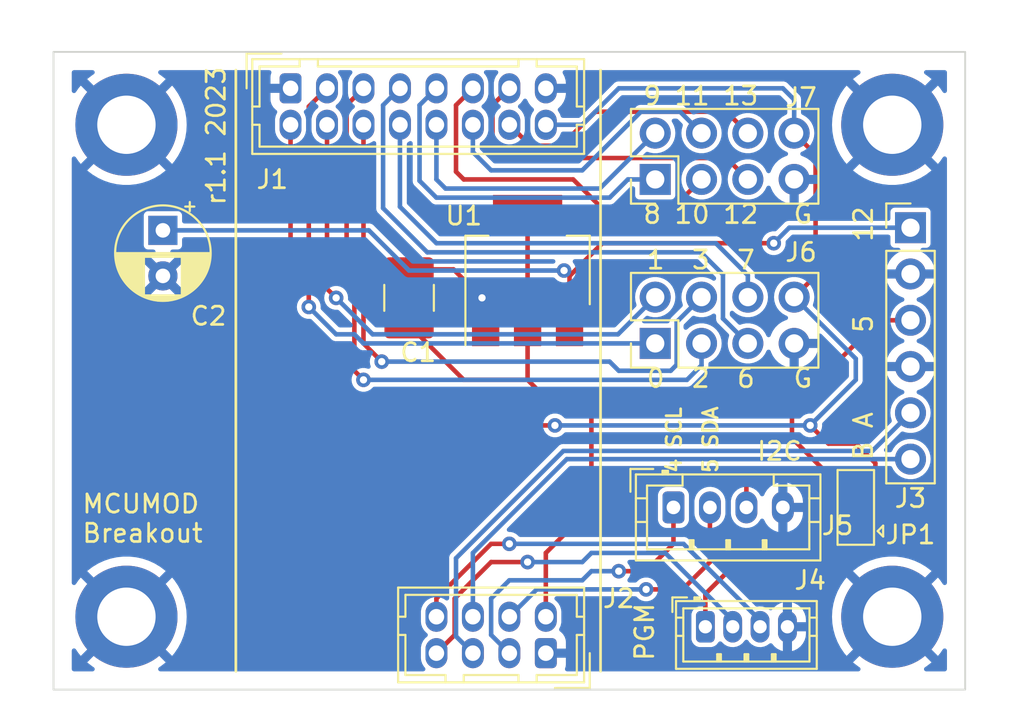
<source format=kicad_pcb>
(kicad_pcb (version 20221018) (generator pcbnew)
  (layers (0 "F.Cu" signal) (31 "B.Cu" signal) (34 "B.Paste" user) (35 "F.Paste" user) (36 "B.SilkS" user "B.Silkscreen") (37 "F.SilkS" user "F.Silkscreen") (38 "B.Mask" user) (39 "F.Mask" user) (44 "Edge.Cuts" user))
  (net 0 "")
  (net 1 "GND")
  (net 2 "+3.3V")
  (net 3 "IO0")
  (net 4 "IO1")
  (net 5 "IO2")
  (net 6 "IO3")
  (net 7 "IO6")
  (net 8 "IO7")
  (net 9 "IO8")
  (net 10 "IO9")
  (net 11 "IO10")
  (net 12 "IO11")
  (net 13 "IO12")
  (net 14 "IO13")
  (net 15 "+5V")
  (net 16 "IO4")
  (net 17 "IO5")
  (net 18 "RS485A")
  (net 19 "RS485B")
  (net 20 "P0")
  (net 21 "P1")
  (net 22 "+12V")
  (net 23 "Net-(J5-Pin_3)")
  (footprint "Connector_Hirose:Hirose_DF11-16DP-2DSA_2x08_P2.00mm_Vertical" (layer "F.Cu") (at 103 52)
    (fp_text reference "J1" (at -1 5) (layer "F.SilkS"))
    (fp_text value "Conn_02x08_Odd_Even")
    (fp_line (start -2.41 -1.91) (end -0.5 -1.91) (stroke (width 0.12)) (layer "F.SilkS"))
    (fp_line (start -2.41 0) (end -2.41 -1.91) (stroke (width 0.12)) (layer "F.SilkS"))
    (fp_line (start -2.1 -1.6) (end -2.1 3.6) (stroke (width 0.12)) (layer "F.SilkS"))
    (fp_line (start -2.1 1) (end -1.7 1) (stroke (width 0.12)) (layer "F.SilkS"))
    (fp_line (start -2.1 2) (end -1.7 2) (stroke (width 0.12)) (layer "F.SilkS"))
    (fp_line (start -2.1 3.6) (end 16.1 3.6) (stroke (width 0.12)) (layer "F.SilkS"))
    (fp_line (start -1.7 -1.2) (end 0.5 -1.2) (stroke (width 0.12)) (layer "F.SilkS"))
    (fp_line (start -1.7 1) (end -1.7 -1.2) (stroke (width 0.12)) (layer "F.SilkS"))
    (fp_line (start -1.7 2) (end -1.7 3.2) (stroke (width 0.12)) (layer "F.SilkS"))
    (fp_line (start -1.7 3.2) (end 15.7 3.2) (stroke (width 0.12)) (layer "F.SilkS"))
    (fp_line (start 0.5 -1.2) (end 0.5 -1.6) (stroke (width 0.12)) (layer "F.SilkS"))
    (fp_line (start 1.5 -1.6) (end 1.5 -1.2) (stroke (width 0.12)) (layer "F.SilkS"))
    (fp_line (start 1.5 -1.2) (end 12.5 -1.2) (stroke (width 0.12)) (layer "F.SilkS"))
    (fp_line (start 12.5 -1.2) (end 12.5 -1.6) (stroke (width 0.12)) (layer "F.SilkS"))
    (fp_line (start 13.5 -1.2) (end 13.5 -1.6) (stroke (width 0.12)) (layer "F.SilkS"))
    (fp_line (start 15.7 -1.2) (end 13.5 -1.2) (stroke (width 0.12)) (layer "F.SilkS"))
    (fp_line (start 15.7 1) (end 15.7 -1.2) (stroke (width 0.12)) (layer "F.SilkS"))
    (fp_line (start 15.7 2) (end 16.1 2) (stroke (width 0.12)) (layer "F.SilkS"))
    (fp_line (start 15.7 3.2) (end 15.7 2) (stroke (width 0.12)) (layer "F.SilkS"))
    (fp_line (start 16.1 -1.6) (end -2.1 -1.6) (stroke (width 0.12)) (layer "F.SilkS"))
    (fp_line (start 16.1 1) (end 15.7 1) (stroke (width 0.12)) (layer "F.SilkS"))
    (fp_line (start 16.1 3.6) (end 16.1 -1.6) (stroke (width 0.12)) (layer "F.SilkS"))
    (pad "1" thru_hole roundrect (at 0 0) (size 1.2 1.65) (drill 0.85) (layers "*.Cu" "*.Mask") (roundrect_rratio 0.2083333333) (net 1 "GND"))
    (pad "2" thru_hole oval (at 0 2) (size 1.2 1.65) (drill 0.85) (layers "*.Cu" "*.Mask") (net 2 "+3.3V"))
    (pad "3" thru_hole oval (at 2 0) (size 1.2 1.65) (drill 0.85) (layers "*.Cu" "*.Mask") (net 3 "IO0"))
    (pad "4" thru_hole oval (at 2 2) (size 1.2 1.65) (drill 0.85) (layers "*.Cu" "*.Mask") (net 4 "IO1"))
    (pad "5" thru_hole oval (at 4 0) (size 1.2 1.65) (drill 0.85) (layers "*.Cu" "*.Mask") (net 5 "IO2"))
    (pad "6" thru_hole oval (at 4 2) (size 1.2 1.65) (drill 0.85) (layers "*.Cu" "*.Mask") (net 6 "IO3"))
    (pad "7" thru_hole oval (at 6 0) (size 1.2 1.65) (drill 0.85) (layers "*.Cu" "*.Mask") (net 7 "IO6"))
    (pad "8" thru_hole oval (at 6 2) (size 1.2 1.65) (drill 0.85) (layers "*.Cu" "*.Mask") (net 8 "IO7"))
    (pad "9" thru_hole oval (at 8 0) (size 1.2 1.65) (drill 0.85) (layers "*.Cu" "*.Mask") (net 9 "IO8"))
    (pad "10" thru_hole oval (at 8 2) (size 1.2 1.65) (drill 0.85) (layers "*.Cu" "*.Mask") (net 10 "IO9"))
    (pad "11" thru_hole oval (at 10 0) (size 1.2 1.65) (drill 0.85) (layers "*.Cu" "*.Mask") (net 11 "IO10"))
    (pad "12" thru_hole oval (at 10 2) (size 1.2 1.65) (drill 0.85) (layers "*.Cu" "*.Mask") (net 12 "IO11"))
    (pad "13" thru_hole oval (at 12 0) (size 1.2 1.65) (drill 0.85) (layers "*.Cu" "*.Mask") (net 13 "IO12"))
    (pad "14" thru_hole oval (at 12 2) (size 1.2 1.65) (drill 0.85) (layers "*.Cu" "*.Mask") (net 14 "IO13"))
    (pad "15" thru_hole oval (at 14 0) (size 1.2 1.65) (drill 0.85) (layers "*.Cu" "*.Mask") (net 1 "GND"))
    (pad "16" thru_hole oval (at 14 2) (size 1.2 1.65) (drill 0.85) (layers "*.Cu" "*.Mask") (net 2 "+3.3V"))
  )
  (footprint "MountingHole:MountingHole_3.2mm_M3_DIN965_Pad" (layer "F.Cu") (at 94 54)
    (fp_text reference "H1" hide)
    (fp_text value "MountingHole_Pad")
    (pad "1" thru_hole circle (at 0 0) (size 5.6 5.6) (drill 3.2) (layers "*.Cu" "*.Mask") (net 1 "GND"))
  )
  (footprint "Connector_Hirose:Hirose_DF11-8DP-2DSA_2x04_P2.00mm_Vertical" (layer "F.Cu") (at 117 83 180)
    (fp_text reference "J2" (at -4 3) (layer "F.SilkS"))
    (fp_text value "Conn_02x04_Odd_Even")
    (fp_line (start -2.41 -1.91) (end -0.5 -1.91) (stroke (width 0.12)) (layer "F.SilkS"))
    (fp_line (start -2.41 0) (end -2.41 -1.91) (stroke (width 0.12)) (layer "F.SilkS"))
    (fp_line (start -2.1 -1.6) (end -2.1 3.6) (stroke (width 0.12)) (layer "F.SilkS"))
    (fp_line (start -2.1 1) (end -1.7 1) (stroke (width 0.12)) (layer "F.SilkS"))
    (fp_line (start -2.1 2) (end -1.7 2) (stroke (width 0.12)) (layer "F.SilkS"))
    (fp_line (start -2.1 3.6) (end 8.1 3.6) (stroke (width 0.12)) (layer "F.SilkS"))
    (fp_line (start -1.7 -1.2) (end 0.5 -1.2) (stroke (width 0.12)) (layer "F.SilkS"))
    (fp_line (start -1.7 1) (end -1.7 -1.2) (stroke (width 0.12)) (layer "F.SilkS"))
    (fp_line (start -1.7 2) (end -1.7 3.2) (stroke (width 0.12)) (layer "F.SilkS"))
    (fp_line (start -1.7 3.2) (end 7.7 3.2) (stroke (width 0.12)) (layer "F.SilkS"))
    (fp_line (start 0.5 -1.2) (end 0.5 -1.6) (stroke (width 0.12)) (layer "F.SilkS"))
    (fp_line (start 1.5 -1.6) (end 1.5 -1.2) (stroke (width 0.12)) (layer "F.SilkS"))
    (fp_line (start 1.5 -1.2) (end 4.5 -1.2) (stroke (width 0.12)) (layer "F.SilkS"))
    (fp_line (start 4.5 -1.2) (end 4.5 -1.6) (stroke (width 0.12)) (layer "F.SilkS"))
    (fp_line (start 5.5 -1.2) (end 5.5 -1.6) (stroke (width 0.12)) (layer "F.SilkS"))
    (fp_line (start 7.7 -1.2) (end 5.5 -1.2) (stroke (width 0.12)) (layer "F.SilkS"))
    (fp_line (start 7.7 1) (end 7.7 -1.2) (stroke (width 0.12)) (layer "F.SilkS"))
    (fp_line (start 7.7 2) (end 8.1 2) (stroke (width 0.12)) (layer "F.SilkS"))
    (fp_line (start 7.7 3.2) (end 7.7 2) (stroke (width 0.12)) (layer "F.SilkS"))
    (fp_line (start 8.1 -1.6) (end -2.1 -1.6) (stroke (width 0.12)) (layer "F.SilkS"))
    (fp_line (start 8.1 1) (end 7.7 1) (stroke (width 0.12)) (layer "F.SilkS"))
    (fp_line (start 8.1 3.6) (end 8.1 -1.6) (stroke (width 0.12)) (layer "F.SilkS"))
    (pad "1" thru_hole roundrect (at 0 0 180) (size 1.2 1.65) (drill 0.85) (layers "*.Cu" "*.Mask") (roundrect_rratio 0.2083333333) (net 1 "GND"))
    (pad "2" thru_hole oval (at 0 2 180) (size 1.2 1.65) (drill 0.85) (layers "*.Cu" "*.Mask") (net 15 "+5V"))
    (pad "3" thru_hole oval (at 2 0 180) (size 1.2 1.65) (drill 0.85) (layers "*.Cu" "*.Mask") (net 16 "IO4"))
    (pad "4" thru_hole oval (at 2 2 180) (size 1.2 1.65) (drill 0.85) (layers "*.Cu" "*.Mask") (net 17 "IO5"))
    (pad "5" thru_hole oval (at 4 0 180) (size 1.2 1.65) (drill 0.85) (layers "*.Cu" "*.Mask") (net 18 "RS485A"))
    (pad "6" thru_hole oval (at 4 2 180) (size 1.2 1.65) (drill 0.85) (layers "*.Cu" "*.Mask") (net 19 "RS485B"))
    (pad "7" thru_hole oval (at 6 0 180) (size 1.2 1.65) (drill 0.85) (layers "*.Cu" "*.Mask") (net 20 "P0"))
    (pad "8" thru_hole oval (at 6 2 180) (size 1.2 1.65) (drill 0.85) (layers "*.Cu" "*.Mask") (net 21 "P1"))
  )
  (footprint "MountingHole:MountingHole_3.2mm_M3_DIN965_Pad" (layer "F.Cu") (at 136 54)
    (fp_text reference "H2" hide)
    (fp_text value "MountingHole_Pad")
    (pad "1" thru_hole circle (at 0 0) (size 5.6 5.6) (drill 3.2) (layers "*.Cu" "*.Mask") (net 1 "GND"))
  )
  (footprint "Connector_PinHeader_2.54mm:PinHeader_2x04_P2.54mm_Vertical" (layer "F.Cu") (at 123 66 90)
    (fp_text reference "J6" (at 5 8 180) (layer "F.SilkS"))
    (fp_text value "Conn_02x04_Odd_Even")
    (fp_line (start -1.33 -1.33) (end 0 -1.33) (stroke (width 0.12)) (layer "F.SilkS"))
    (fp_line (start -1.33 0) (end -1.33 -1.33) (stroke (width 0.12)) (layer "F.SilkS"))
    (fp_line (start -1.33 1.27) (end -1.33 8.95) (stroke (width 0.12)) (layer "F.SilkS"))
    (fp_line (start -1.33 1.27) (end 1.27 1.27) (stroke (width 0.12)) (layer "F.SilkS"))
    (fp_line (start -1.33 8.95) (end 3.87 8.95) (stroke (width 0.12)) (layer "F.SilkS"))
    (fp_line (start 1.27 -1.33) (end 3.87 -1.33) (stroke (width 0.12)) (layer "F.SilkS"))
    (fp_line (start 1.27 1.27) (end 1.27 -1.33) (stroke (width 0.12)) (layer "F.SilkS"))
    (fp_line (start 3.87 -1.33) (end 3.87 8.95) (stroke (width 0.12)) (layer "F.SilkS"))
    (pad "1" thru_hole rect (at 0 0 90) (size 1.7 1.7) (drill 1) (layers "*.Cu" "*.Mask") (net 3 "IO0"))
    (pad "2" thru_hole oval (at 2.54 0 90) (size 1.7 1.7) (drill 1) (layers "*.Cu" "*.Mask") (net 4 "IO1"))
    (pad "3" thru_hole oval (at 0 2.54 90) (size 1.7 1.7) (drill 1) (layers "*.Cu" "*.Mask") (net 5 "IO2"))
    (pad "4" thru_hole oval (at 2.54 2.54 90) (size 1.7 1.7) (drill 1) (layers "*.Cu" "*.Mask") (net 6 "IO3"))
    (pad "5" thru_hole oval (at 0 5.08 90) (size 1.7 1.7) (drill 1) (layers "*.Cu" "*.Mask") (net 7 "IO6"))
    (pad "6" thru_hole oval (at 2.54 5.08 90) (size 1.7 1.7) (drill 1) (layers "*.Cu" "*.Mask") (net 8 "IO7"))
    (pad "7" thru_hole oval (at 0 7.62 90) (size 1.7 1.7) (drill 1) (layers "*.Cu" "*.Mask") (net 1 "GND"))
    (pad "8" thru_hole oval (at 2.54 7.62 90) (size 1.7 1.7) (drill 1) (layers "*.Cu" "*.Mask") (net 2 "+3.3V"))
  )
  (footprint "Capacitor_THT:CP_Radial_D5.0mm_P2.50mm" (layer "F.Cu") (at 96 59.794888 -90)
    (fp_text reference "C2" (at 4.705112 -2.5 -180) (layer "F.SilkS"))
    (fp_text value "C_Polarized_US")
    (fp_line (start -1.554775 -1.475) (end -1.054775 -1.475) (stroke (width 0.12)) (layer "F.SilkS"))
    (fp_line (start -1.304775 -1.725) (end -1.304775 -1.225) (stroke (width 0.12)) (layer "F.SilkS"))
    (fp_line (start 1.25 -2.58) (end 1.25 2.58) (stroke (width 0.12)) (layer "F.SilkS"))
    (fp_line (start 1.29 -2.58) (end 1.29 2.58) (stroke (width 0.12)) (layer "F.SilkS"))
    (fp_line (start 1.33 -2.579) (end 1.33 2.579) (stroke (width 0.12)) (layer "F.SilkS"))
    (fp_line (start 1.37 -2.578) (end 1.37 2.578) (stroke (width 0.12)) (layer "F.SilkS"))
    (fp_line (start 1.41 -2.576) (end 1.41 2.576) (stroke (width 0.12)) (layer "F.SilkS"))
    (fp_line (start 1.45 -2.573) (end 1.45 2.573) (stroke (width 0.12)) (layer "F.SilkS"))
    (fp_line (start 1.49 -2.569) (end 1.49 -1.04) (stroke (width 0.12)) (layer "F.SilkS"))
    (fp_line (start 1.49 1.04) (end 1.49 2.569) (stroke (width 0.12)) (layer "F.SilkS"))
    (fp_line (start 1.53 -2.565) (end 1.53 -1.04) (stroke (width 0.12)) (layer "F.SilkS"))
    (fp_line (start 1.53 1.04) (end 1.53 2.565) (stroke (width 0.12)) (layer "F.SilkS"))
    (fp_line (start 1.57 -2.561) (end 1.57 -1.04) (stroke (width 0.12)) (layer "F.SilkS"))
    (fp_line (start 1.57 1.04) (end 1.57 2.561) (stroke (width 0.12)) (layer "F.SilkS"))
    (fp_line (start 1.61 -2.556) (end 1.61 -1.04) (stroke (width 0.12)) (layer "F.SilkS"))
    (fp_line (start 1.61 1.04) (end 1.61 2.556) (stroke (width 0.12)) (layer "F.SilkS"))
    (fp_line (start 1.65 -2.55) (end 1.65 -1.04) (stroke (width 0.12)) (layer "F.SilkS"))
    (fp_line (start 1.65 1.04) (end 1.65 2.55) (stroke (width 0.12)) (layer "F.SilkS"))
    (fp_line (start 1.69 -2.543) (end 1.69 -1.04) (stroke (width 0.12)) (layer "F.SilkS"))
    (fp_line (start 1.69 1.04) (end 1.69 2.543) (stroke (width 0.12)) (layer "F.SilkS"))
    (fp_line (start 1.73 -2.536) (end 1.73 -1.04) (stroke (width 0.12)) (layer "F.SilkS"))
    (fp_line (start 1.73 1.04) (end 1.73 2.536) (stroke (width 0.12)) (layer "F.SilkS"))
    (fp_line (start 1.77 -2.528) (end 1.77 -1.04) (stroke (width 0.12)) (layer "F.SilkS"))
    (fp_line (start 1.77 1.04) (end 1.77 2.528) (stroke (width 0.12)) (layer "F.SilkS"))
    (fp_line (start 1.81 -2.52) (end 1.81 -1.04) (stroke (width 0.12)) (layer "F.SilkS"))
    (fp_line (start 1.81 1.04) (end 1.81 2.52) (stroke (width 0.12)) (layer "F.SilkS"))
    (fp_line (start 1.85 -2.511) (end 1.85 -1.04) (stroke (width 0.12)) (layer "F.SilkS"))
    (fp_line (start 1.85 1.04) (end 1.85 2.511) (stroke (width 0.12)) (layer "F.SilkS"))
    (fp_line (start 1.89 -2.501) (end 1.89 -1.04) (stroke (width 0.12)) (layer "F.SilkS"))
    (fp_line (start 1.89 1.04) (end 1.89 2.501) (stroke (width 0.12)) (layer "F.SilkS"))
    (fp_line (start 1.93 -2.491) (end 1.93 -1.04) (stroke (width 0.12)) (layer "F.SilkS"))
    (fp_line (start 1.93 1.04) (end 1.93 2.491) (stroke (width 0.12)) (layer "F.SilkS"))
    (fp_line (start 1.971 -2.48) (end 1.971 -1.04) (stroke (width 0.12)) (layer "F.SilkS"))
    (fp_line (start 1.971 1.04) (end 1.971 2.48) (stroke (width 0.12)) (layer "F.SilkS"))
    (fp_line (start 2.011 -2.468) (end 2.011 -1.04) (stroke (width 0.12)) (layer "F.SilkS"))
    (fp_line (start 2.011 1.04) (end 2.011 2.468) (stroke (width 0.12)) (layer "F.SilkS"))
    (fp_line (start 2.051 -2.455) (end 2.051 -1.04) (stroke (width 0.12)) (layer "F.SilkS"))
    (fp_line (start 2.051 1.04) (end 2.051 2.455) (stroke (width 0.12)) (layer "F.SilkS"))
    (fp_line (start 2.091 -2.442) (end 2.091 -1.04) (stroke (width 0.12)) (layer "F.SilkS"))
    (fp_line (start 2.091 1.04) (end 2.091 2.442) (stroke (width 0.12)) (layer "F.SilkS"))
    (fp_line (start 2.131 -2.428) (end 2.131 -1.04) (stroke (width 0.12)) (layer "F.SilkS"))
    (fp_line (start 2.131 1.04) (end 2.131 2.428) (stroke (width 0.12)) (layer "F.SilkS"))
    (fp_line (start 2.171 -2.414) (end 2.171 -1.04) (stroke (width 0.12)) (layer "F.SilkS"))
    (fp_line (start 2.171 1.04) (end 2.171 2.414) (stroke (width 0.12)) (layer "F.SilkS"))
    (fp_line (start 2.211 -2.398) (end 2.211 -1.04) (stroke (width 0.12)) (layer "F.SilkS"))
    (fp_line (start 2.211 1.04) (end 2.211 2.398) (stroke (width 0.12)) (layer "F.SilkS"))
    (fp_line (start 2.251 -2.382) (end 2.251 -1.04) (stroke (width 0.12)) (layer "F.SilkS"))
    (fp_line (start 2.251 1.04) (end 2.251 2.382) (stroke (width 0.12)) (layer "F.SilkS"))
    (fp_line (start 2.291 -2.365) (end 2.291 -1.04) (stroke (width 0.12)) (layer "F.SilkS"))
    (fp_line (start 2.291 1.04) (end 2.291 2.365) (stroke (width 0.12)) (layer "F.SilkS"))
    (fp_line (start 2.331 -2.348) (end 2.331 -1.04) (stroke (width 0.12)) (layer "F.SilkS"))
    (fp_line (start 2.331 1.04) (end 2.331 2.348) (stroke (width 0.12)) (layer "F.SilkS"))
    (fp_line (start 2.371 -2.329) (end 2.371 -1.04) (stroke (width 0.12)) (layer "F.SilkS"))
    (fp_line (start 2.371 1.04) (end 2.371 2.329) (stroke (width 0.12)) (layer "F.SilkS"))
    (fp_line (start 2.411 -2.31) (end 2.411 -1.04) (stroke (width 0.12)) (layer "F.SilkS"))
    (fp_line (start 2.411 1.04) (end 2.411 2.31) (stroke (width 0.12)) (layer "F.SilkS"))
    (fp_line (start 2.451 -2.29) (end 2.451 -1.04) (stroke (width 0.12)) (layer "F.SilkS"))
    (fp_line (start 2.451 1.04) (end 2.451 2.29) (stroke (width 0.12)) (layer "F.SilkS"))
    (fp_line (start 2.491 -2.268) (end 2.491 -1.04) (stroke (width 0.12)) (layer "F.SilkS"))
    (fp_line (start 2.491 1.04) (end 2.491 2.268) (stroke (width 0.12)) (layer "F.SilkS"))
    (fp_line (start 2.531 -2.247) (end 2.531 -1.04) (stroke (width 0.12)) (layer "F.SilkS"))
    (fp_line (start 2.531 1.04) (end 2.531 2.247) (stroke (width 0.12)) (layer "F.SilkS"))
    (fp_line (start 2.571 -2.224) (end 2.571 -1.04) (stroke (width 0.12)) (layer "F.SilkS"))
    (fp_line (start 2.571 1.04) (end 2.571 2.224) (stroke (width 0.12)) (layer "F.SilkS"))
    (fp_line (start 2.611 -2.2) (end 2.611 -1.04) (stroke (width 0.12)) (layer "F.SilkS"))
    (fp_line (start 2.611 1.04) (end 2.611 2.2) (stroke (width 0.12)) (layer "F.SilkS"))
    (fp_line (start 2.651 -2.175) (end 2.651 -1.04) (stroke (width 0.12)) (layer "F.SilkS"))
    (fp_line (start 2.651 1.04) (end 2.651 2.175) (stroke (width 0.12)) (layer "F.SilkS"))
    (fp_line (start 2.691 -2.149) (end 2.691 -1.04) (stroke (width 0.12)) (layer "F.SilkS"))
    (fp_line (start 2.691 1.04) (end 2.691 2.149) (stroke (width 0.12)) (layer "F.SilkS"))
    (fp_line (start 2.731 -2.122) (end 2.731 -1.04) (stroke (width 0.12)) (layer "F.SilkS"))
    (fp_line (start 2.731 1.04) (end 2.731 2.122) (stroke (width 0.12)) (layer "F.SilkS"))
    (fp_line (start 2.771 -2.095) (end 2.771 -1.04) (stroke (width 0.12)) (layer "F.SilkS"))
    (fp_line (start 2.771 1.04) (end 2.771 2.095) (stroke (width 0.12)) (layer "F.SilkS"))
    (fp_line (start 2.811 -2.065) (end 2.811 -1.04) (stroke (width 0.12)) (layer "F.SilkS"))
    (fp_line (start 2.811 1.04) (end 2.811 2.065) (stroke (width 0.12)) (layer "F.SilkS"))
    (fp_line (start 2.851 -2.035) (end 2.851 -1.04) (stroke (width 0.12)) (layer "F.SilkS"))
    (fp_line (start 2.851 1.04) (end 2.851 2.035) (stroke (width 0.12)) (layer "F.SilkS"))
    (fp_line (start 2.891 -2.004) (end 2.891 -1.04) (stroke (width 0.12)) (layer "F.SilkS"))
    (fp_line (start 2.891 1.04) (end 2.891 2.004) (stroke (width 0.12)) (layer "F.SilkS"))
    (fp_line (start 2.931 -1.971) (end 2.931 -1.04) (stroke (width 0.12)) (layer "F.SilkS"))
    (fp_line (start 2.931 1.04) (end 2.931 1.971) (stroke (width 0.12)) (layer "F.SilkS"))
    (fp_line (start 2.971 -1.937) (end 2.971 -1.04) (stroke (width 0.12)) (layer "F.SilkS"))
    (fp_line (start 2.971 1.04) (end 2.971 1.937) (stroke (width 0.12)) (layer "F.SilkS"))
    (fp_line (start 3.011 -1.901) (end 3.011 -1.04) (stroke (width 0.12)) (layer "F.SilkS"))
    (fp_line (start 3.011 1.04) (end 3.011 1.901) (stroke (width 0.12)) (layer "F.SilkS"))
    (fp_line (start 3.051 -1.864) (end 3.051 -1.04) (stroke (width 0.12)) (layer "F.SilkS"))
    (fp_line (start 3.051 1.04) (end 3.051 1.864) (stroke (width 0.12)) (layer "F.SilkS"))
    (fp_line (start 3.091 -1.826) (end 3.091 -1.04) (stroke (width 0.12)) (layer "F.SilkS"))
    (fp_line (start 3.091 1.04) (end 3.091 1.826) (stroke (width 0.12)) (layer "F.SilkS"))
    (fp_line (start 3.131 -1.785) (end 3.131 -1.04) (stroke (width 0.12)) (layer "F.SilkS"))
    (fp_line (start 3.131 1.04) (end 3.131 1.785) (stroke (width 0.12)) (layer "F.SilkS"))
    (fp_line (start 3.171 -1.743) (end 3.171 -1.04) (stroke (width 0.12)) (layer "F.SilkS"))
    (fp_line (start 3.171 1.04) (end 3.171 1.743) (stroke (width 0.12)) (layer "F.SilkS"))
    (fp_line (start 3.211 -1.699) (end 3.211 -1.04) (stroke (width 0.12)) (layer "F.SilkS"))
    (fp_line (start 3.211 1.04) (end 3.211 1.699) (stroke (width 0.12)) (layer "F.SilkS"))
    (fp_line (start 3.251 -1.653) (end 3.251 -1.04) (stroke (width 0.12)) (layer "F.SilkS"))
    (fp_line (start 3.251 1.04) (end 3.251 1.653) (stroke (width 0.12)) (layer "F.SilkS"))
    (fp_line (start 3.291 -1.605) (end 3.291 -1.04) (stroke (width 0.12)) (layer "F.SilkS"))
    (fp_line (start 3.291 1.04) (end 3.291 1.605) (stroke (width 0.12)) (layer "F.SilkS"))
    (fp_line (start 3.331 -1.554) (end 3.331 -1.04) (stroke (width 0.12)) (layer "F.SilkS"))
    (fp_line (start 3.331 1.04) (end 3.331 1.554) (stroke (width 0.12)) (layer "F.SilkS"))
    (fp_line (start 3.371 -1.5) (end 3.371 -1.04) (stroke (width 0.12)) (layer "F.SilkS"))
    (fp_line (start 3.371 1.04) (end 3.371 1.5) (stroke (width 0.12)) (layer "F.SilkS"))
    (fp_line (start 3.411 -1.443) (end 3.411 -1.04) (stroke (width 0.12)) (layer "F.SilkS"))
    (fp_line (start 3.411 1.04) (end 3.411 1.443) (stroke (width 0.12)) (layer "F.SilkS"))
    (fp_line (start 3.451 -1.383) (end 3.451 -1.04) (stroke (width 0.12)) (layer "F.SilkS"))
    (fp_line (start 3.451 1.04) (end 3.451 1.383) (stroke (width 0.12)) (layer "F.SilkS"))
    (fp_line (start 3.491 -1.319) (end 3.491 -1.04) (stroke (width 0.12)) (layer "F.SilkS"))
    (fp_line (start 3.491 1.04) (end 3.491 1.319) (stroke (width 0.12)) (layer "F.SilkS"))
    (fp_line (start 3.531 -1.251) (end 3.531 -1.04) (stroke (width 0.12)) (layer "F.SilkS"))
    (fp_line (start 3.531 1.04) (end 3.531 1.251) (stroke (width 0.12)) (layer "F.SilkS"))
    (fp_line (start 3.571 -1.178) (end 3.571 1.178) (stroke (width 0.12)) (layer "F.SilkS"))
    (fp_line (start 3.611 -1.098) (end 3.611 1.098) (stroke (width 0.12)) (layer "F.SilkS"))
    (fp_line (start 3.651 -1.011) (end 3.651 1.011) (stroke (width 0.12)) (layer "F.SilkS"))
    (fp_line (start 3.691 -0.915) (end 3.691 0.915) (stroke (width 0.12)) (layer "F.SilkS"))
    (fp_line (start 3.731 -0.805) (end 3.731 0.805) (stroke (width 0.12)) (layer "F.SilkS"))
    (fp_line (start 3.771 -0.677) (end 3.771 0.677) (stroke (width 0.12)) (layer "F.SilkS"))
    (fp_line (start 3.811 -0.518) (end 3.811 0.518) (stroke (width 0.12)) (layer "F.SilkS"))
    (fp_line (start 3.851 -0.284) (end 3.851 0.284) (stroke (width 0.12)) (layer "F.SilkS"))
    (fp_circle (center 1.25 0) (end 3.87 0) (stroke (width 0.12)) (fill none) (layer "F.SilkS"))
    (pad "1" thru_hole rect (at 0 0 270) (size 1.6 1.6) (drill 0.8) (layers "*.Cu" "*.Mask") (net 22 "+12V"))
    (pad "2" thru_hole circle (at 2.5 0 270) (size 1.6 1.6) (drill 0.8) (layers "*.Cu" "*.Mask") (net 1 "GND"))
  )
  (footprint "Jumper:SolderJumper-3_P1.3mm_Bridged12_Pad1.0x1.5mm" (layer "F.Cu") (at 134 75 90)
    (fp_text reference "JP1" (at -1.5 3 180) (layer "F.SilkS"))
    (fp_text value "SolderJumper_3_Bridged12")
    (fp_poly (pts (xy -0.9 -0.3) (xy -0.4 -0.3) (xy -0.4 0.3) (xy -0.9 0.3)) (fill solid) (layer "F.Cu"))
    (fp_line (start -2.05 -1) (end 2.05 -1) (stroke (width 0.12)) (layer "F.SilkS"))
    (fp_line (start -2.05 1) (end -2.05 -1) (stroke (width 0.12)) (layer "F.SilkS"))
    (fp_line (start -1.6 1.5) (end -1 1.5) (stroke (width 0.12)) (layer "F.SilkS"))
    (fp_line (start -1.3 1.2) (end -1.6 1.5) (stroke (width 0.12)) (layer "F.SilkS"))
    (fp_line (start -1.3 1.2) (end -1 1.5) (stroke (width 0.12)) (layer "F.SilkS"))
    (fp_line (start 2.05 -1) (end 2.05 1) (stroke (width 0.12)) (layer "F.SilkS"))
    (fp_line (start 2.05 1) (end -2.05 1) (stroke (width 0.12)) (layer "F.SilkS"))
    (pad "1" smd rect (at -1.3 0 90) (size 1 1.5) (layers "F.Cu" "F.Mask") (net 2 "+3.3V"))
    (pad "2" smd rect (at 0 0 90) (size 1 1.5) (layers "F.Cu" "F.Mask") (net 23 "Net-(J5-Pin_3)"))
    (pad "3" smd rect (at 1.3 0 90) (size 1 1.5) (layers "F.Cu" "F.Mask") (net 15 "+5V"))
  )
  (footprint "Package_TO_SOT_SMD:SOT-223-3_TabPin2" (layer "F.Cu") (at 116 62 90)
    (fp_text reference "U1" (at 3 -3.5 180) (layer "F.SilkS"))
    (fp_text value "NCP1117-5.0_SOT223")
    (fp_line (start -4.1 -3.41) (end 1.91 -3.41) (stroke (width 0.12)) (layer "F.SilkS"))
    (fp_line (start -1.85 3.41) (end 1.91 3.41) (stroke (width 0.12)) (layer "F.SilkS"))
    (fp_line (start 1.91 -3.41) (end 1.91 -2.15) (stroke (width 0.12)) (layer "F.SilkS"))
    (fp_line (start 1.91 3.41) (end 1.91 2.15) (stroke (width 0.12)) (layer "F.SilkS"))
    (pad "1" smd rect (at -3.15 -2.3 90) (size 2 1.5) (layers "F.Cu" "F.Paste" "F.Mask") (net 1 "GND"))
    (pad "2" smd rect (at -3.15 0 90) (size 2 1.5) (layers "F.Cu" "F.Paste" "F.Mask") (net 15 "+5V"))
    (pad "2" smd rect (at 3.15 0 90) (size 2 3.8) (layers "F.Cu" "F.Paste" "F.Mask") (net 15 "+5V"))
    (pad "3" smd rect (at -3.15 2.3 90) (size 2 1.5) (layers "F.Cu" "F.Paste" "F.Mask") (net 22 "+12V"))
  )
  (footprint "Capacitor_SMD:C_1210_3225Metric_Pad1.33x2.70mm_HandSolder" (layer "F.Cu") (at 109.5 63.5 90)
    (fp_text reference "C1" (at -3 0.5 180) (layer "F.SilkS"))
    (fp_text value "C")
    (fp_line (start -0.711252 -1.36) (end 0.711252 -1.36) (stroke (width 0.12)) (layer "F.SilkS"))
    (fp_line (start -0.711252 1.36) (end 0.711252 1.36) (stroke (width 0.12)) (layer "F.SilkS"))
    (pad "1" smd roundrect (at -1.5625 0 90) (size 1.325 2.7) (layers "F.Cu" "F.Paste" "F.Mask") (roundrect_rratio 0.1886792453) (net 15 "+5V"))
    (pad "2" smd roundrect (at 1.5625 0 90) (size 1.325 2.7) (layers "F.Cu" "F.Paste" "F.Mask") (roundrect_rratio 0.1886792453) (net 1 "GND"))
  )
  (footprint "footprints:JST_ZH_B4B-ZR_1x04_P1.50mm_Vertical" (layer "F.Cu") (at 125.75 81.55)
    (fp_text reference "J4" (at 5.75 -2.55) (layer "F.SilkS"))
    (fp_text value "Conn_01x04_Pin")
    (fp_line (start -1.81 -1.61) (end -1.81 -0.81) (stroke (width 0.12)) (layer "F.SilkS"))
    (fp_line (start -1.61 -1.41) (end -1.61 2.31) (stroke (width 0.12)) (layer "F.SilkS"))
    (fp_line (start -1.61 -0.5) (end -1.21 -0.5) (stroke (width 0.12)) (layer "F.SilkS"))
    (fp_line (start -1.61 0.5) (end -1.21 0.5) (stroke (width 0.12)) (layer "F.SilkS"))
    (fp_line (start -1.61 2.31) (end 6.11 2.31) (stroke (width 0.12)) (layer "F.SilkS"))
    (fp_line (start -1.21 -1.01) (end -1.21 1.91) (stroke (width 0.12)) (layer "F.SilkS"))
    (fp_line (start -1.21 1.91) (end 5.71 1.91) (stroke (width 0.12)) (layer "F.SilkS"))
    (fp_line (start -1.01 -1.61) (end -1.81 -1.61) (stroke (width 0.12)) (layer "F.SilkS"))
    (fp_line (start -0.6 -1.61) (end -0.6 -1.41) (stroke (width 0.12)) (layer "F.SilkS"))
    (fp_line (start -0.3 -1.61) (end -0.6 -1.61) (stroke (width 0.12)) (layer "F.SilkS"))
    (fp_line (start -0.3 -1.51) (end -0.6 -1.51) (stroke (width 0.12)) (layer "F.SilkS"))
    (fp_line (start -0.3 -1.41) (end -0.3 -1.61) (stroke (width 0.12)) (layer "F.SilkS"))
    (fp_line (start 0.65 1.51) (end 0.85 1.51) (stroke (width 0.12)) (layer "F.SilkS"))
    (fp_line (start 0.65 1.91) (end 0.65 1.51) (stroke (width 0.12)) (layer "F.SilkS"))
    (fp_line (start 0.75 1.91) (end 0.75 1.51) (stroke (width 0.12)) (layer "F.SilkS"))
    (fp_line (start 0.85 1.51) (end 0.85 1.91) (stroke (width 0.12)) (layer "F.SilkS"))
    (fp_line (start 2.15 1.51) (end 2.35 1.51) (stroke (width 0.12)) (layer "F.SilkS"))
    (fp_line (start 2.15 1.91) (end 2.15 1.51) (stroke (width 0.12)) (layer "F.SilkS"))
    (fp_line (start 2.25 1.91) (end 2.25 1.51) (stroke (width 0.12)) (layer "F.SilkS"))
    (fp_line (start 2.35 1.51) (end 2.35 1.91) (stroke (width 0.12)) (layer "F.SilkS"))
    (fp_line (start 3.65 1.51) (end 3.85 1.51) (stroke (width 0.12)) (layer "F.SilkS"))
    (fp_line (start 3.65 1.91) (end 3.65 1.51) (stroke (width 0.12)) (layer "F.SilkS"))
    (fp_line (start 3.75 1.91) (end 3.75 1.51) (stroke (width 0.12)) (layer "F.SilkS"))
    (fp_line (start 3.85 1.51) (end 3.85 1.91) (stroke (width 0.12)) (layer "F.SilkS"))
    (fp_line (start 5.71 -1.01) (end -1.21 -1.01) (stroke (width 0.12)) (layer "F.SilkS"))
    (fp_line (start 5.71 1.91) (end 5.71 -1.01) (stroke (width 0.12)) (layer "F.SilkS"))
    (fp_line (start 6.11 -1.41) (end -1.61 -1.41) (stroke (width 0.12)) (layer "F.SilkS"))
    (fp_line (start 6.11 -0.5) (end 5.71 -0.5) (stroke (width 0.12)) (layer "F.SilkS"))
    (fp_line (start 6.11 0.5) (end 5.71 0.5) (stroke (width 0.12)) (layer "F.SilkS"))
    (fp_line (start 6.11 2.31) (end 6.11 -1.41) (stroke (width 0.12)) (layer "F.SilkS"))
    (pad "1" thru_hole roundrect (at 0 0) (size 1.03 1.73) (drill 0.73) (layers "*.Cu" "*.Mask") (roundrect_rratio 0.2427184466) (net 2 "+3.3V"))
    (pad "2" thru_hole oval (at 1.5 0) (size 1.03 1.73) (drill 0.73) (layers "*.Cu" "*.Mask") (net 20 "P0"))
    (pad "3" thru_hole oval (at 3 0) (size 1.03 1.73) (drill 0.73) (layers "*.Cu" "*.Mask") (net 21 "P1"))
    (pad "4" thru_hole oval (at 4.5 0) (size 1.03 1.73) (drill 0.73) (layers "*.Cu" "*.Mask") (net 1 "GND"))
  )
  (footprint "Connector_JST:JST_PH_B4B-PH-K_1x04_P2.00mm_Vertical" (layer "F.Cu") (at 124 75)
    (fp_text reference "J5" (at 9 1) (layer "F.SilkS"))
    (fp_text value "Conn_01x04_Male")
    (fp_line (start -2.36 -2.11) (end -2.36 -0.86) (stroke (width 0.12)) (layer "F.SilkS"))
    (fp_line (start -2.06 -1.81) (end -2.06 2.91) (stroke (width 0.12)) (layer "F.SilkS"))
    (fp_line (start -2.06 -0.5) (end -1.45 -0.5) (stroke (width 0.12)) (layer "F.SilkS"))
    (fp_line (start -2.06 0.8) (end -1.45 0.8) (stroke (width 0.12)) (layer "F.SilkS"))
    (fp_line (start -2.06 2.91) (end 8.06 2.91) (stroke (width 0.12)) (layer "F.SilkS"))
    (fp_line (start -1.45 -1.2) (end -1.45 2.3) (stroke (width 0.12)) (layer "F.SilkS"))
    (fp_line (start -1.45 2.3) (end 7.45 2.3) (stroke (width 0.12)) (layer "F.SilkS"))
    (fp_line (start -1.11 -2.11) (end -2.36 -2.11) (stroke (width 0.12)) (layer "F.SilkS"))
    (fp_line (start -0.6 -2.01) (end -0.6 -1.81) (stroke (width 0.12)) (layer "F.SilkS"))
    (fp_line (start -0.3 -2.01) (end -0.6 -2.01) (stroke (width 0.12)) (layer "F.SilkS"))
    (fp_line (start -0.3 -1.91) (end -0.6 -1.91) (stroke (width 0.12)) (layer "F.SilkS"))
    (fp_line (start -0.3 -1.81) (end -0.3 -2.01) (stroke (width 0.12)) (layer "F.SilkS"))
    (fp_line (start 0.5 -1.81) (end 0.5 -1.2) (stroke (width 0.12)) (layer "F.SilkS"))
    (fp_line (start 0.5 -1.2) (end -1.45 -1.2) (stroke (width 0.12)) (layer "F.SilkS"))
    (fp_line (start 0.9 1.8) (end 1.1 1.8) (stroke (width 0.12)) (layer "F.SilkS"))
    (fp_line (start 0.9 2.3) (end 0.9 1.8) (stroke (width 0.12)) (layer "F.SilkS"))
    (fp_line (start 1 2.3) (end 1 1.8) (stroke (width 0.12)) (layer "F.SilkS"))
    (fp_line (start 1.1 1.8) (end 1.1 2.3) (stroke (width 0.12)) (layer "F.SilkS"))
    (fp_line (start 2.9 1.8) (end 3.1 1.8) (stroke (width 0.12)) (layer "F.SilkS"))
    (fp_line (start 2.9 2.3) (end 2.9 1.8) (stroke (width 0.12)) (layer "F.SilkS"))
    (fp_line (start 3 2.3) (end 3 1.8) (stroke (width 0.12)) (layer "F.SilkS"))
    (fp_line (start 3.1 1.8) (end 3.1 2.3) (stroke (width 0.12)) (layer "F.SilkS"))
    (fp_line (start 4.9 1.8) (end 5.1 1.8) (stroke (width 0.12)) (layer "F.SilkS"))
    (fp_line (start 4.9 2.3) (end 4.9 1.8) (stroke (width 0.12)) (layer "F.SilkS"))
    (fp_line (start 5 2.3) (end 5 1.8) (stroke (width 0.12)) (layer "F.SilkS"))
    (fp_line (start 5.1 1.8) (end 5.1 2.3) (stroke (width 0.12)) (layer "F.SilkS"))
    (fp_line (start 5.5 -1.2) (end 5.5 -1.81) (stroke (width 0.12)) (layer "F.SilkS"))
    (fp_line (start 7.45 -1.2) (end 5.5 -1.2) (stroke (width 0.12)) (layer "F.SilkS"))
    (fp_line (start 7.45 2.3) (end 7.45 -1.2) (stroke (width 0.12)) (layer "F.SilkS"))
    (fp_line (start 8.06 -1.81) (end -2.06 -1.81) (stroke (width 0.12)) (layer "F.SilkS"))
    (fp_line (start 8.06 -0.5) (end 7.45 -0.5) (stroke (width 0.12)) (layer "F.SilkS"))
    (fp_line (start 8.06 0.8) (end 7.45 0.8) (stroke (width 0.12)) (layer "F.SilkS"))
    (fp_line (start 8.06 2.91) (end 8.06 -1.81) (stroke (width 0.12)) (layer "F.SilkS"))
    (pad "1" thru_hole roundrect (at 0 0) (size 1.2 1.75) (drill 0.75) (layers "*.Cu" "*.Mask") (roundrect_rratio 0.2083333333) (net 16 "IO4"))
    (pad "2" thru_hole oval (at 2 0) (size 1.2 1.75) (drill 0.75) (layers "*.Cu" "*.Mask") (net 17 "IO5"))
    (pad "3" thru_hole oval (at 4 0) (size 1.2 1.75) (drill 0.75) (layers "*.Cu" "*.Mask") (net 23 "Net-(J5-Pin_3)"))
    (pad "4" thru_hole oval (at 6 0) (size 1.2 1.75) (drill 0.75) (layers "*.Cu" "*.Mask") (net 1 "GND"))
  )
  (footprint "Connector_PinHeader_2.54mm:PinHeader_1x06_P2.54mm_Vertical" (layer "F.Cu") (at 137 59.65)
    (fp_text reference "J3" (at 0 14.85) (layer "F.SilkS"))
    (fp_text value "Conn_01x06_Pin")
    (fp_line (start -1.33 -1.33) (end 0 -1.33) (stroke (width 0.12)) (layer "F.SilkS"))
    (fp_line (start -1.33 0) (end -1.33 -1.33) (stroke (width 0.12)) (layer "F.SilkS"))
    (fp_line (start -1.33 1.27) (end -1.33 14.03) (stroke (width 0.12)) (layer "F.SilkS"))
    (fp_line (start -1.33 1.27) (end 1.33 1.27) (stroke (width 0.12)) (layer "F.SilkS"))
    (fp_line (start -1.33 14.03) (end 1.33 14.03) (stroke (width 0.12)) (layer "F.SilkS"))
    (fp_line (start 1.33 1.27) (end 1.33 14.03) (stroke (width 0.12)) (layer "F.SilkS"))
    (pad "1" thru_hole rect (at 0 0) (size 1.7 1.7) (drill 1) (layers "*.Cu" "*.Mask") (net 22 "+12V"))
    (pad "2" thru_hole oval (at 0 2.54) (size 1.7 1.7) (drill 1) (layers "*.Cu" "*.Mask") (net 1 "GND"))
    (pad "3" thru_hole oval (at 0 5.08) (size 1.7 1.7) (drill 1) (layers "*.Cu" "*.Mask") (net 15 "+5V"))
    (pad "4" thru_hole oval (at 0 7.62) (size 1.7 1.7) (drill 1) (layers "*.Cu" "*.Mask") (net 1 "GND"))
    (pad "5" thru_hole oval (at 0 10.16) (size 1.7 1.7) (drill 1) (layers "*.Cu" "*.Mask") (net 18 "RS485A"))
    (pad "6" thru_hole oval (at 0 12.7) (size 1.7 1.7) (drill 1) (layers "*.Cu" "*.Mask") (net 19 "RS485B"))
  )
  (footprint "MountingHole:MountingHole_3.2mm_M3_DIN965_Pad" (layer "F.Cu") (at 136 81)
    (fp_text reference "H4" hide)
    (fp_text value "MountingHole_Pad")
    (pad "1" thru_hole circle (at 0 0) (size 5.6 5.6) (drill 3.2) (layers "*.Cu" "*.Mask") (net 1 "GND"))
  )
  (footprint "MountingHole:MountingHole_3.2mm_M3_DIN965_Pad" (layer "F.Cu") (at 94 81)
    (fp_text reference "H3" hide)
    (fp_text value "MountingHole_Pad")
    (pad "1" thru_hole circle (at 0 0) (size 5.6 5.6) (drill 3.2) (layers "*.Cu" "*.Mask") (net 1 "GND"))
  )
  (footprint "Connector_PinHeader_2.54mm:PinHeader_2x04_P2.54mm_Vertical" (layer "F.Cu") (at 123 57 90)
    (fp_text reference "J7" (at 4.5 8 180) (layer "F.SilkS"))
    (fp_text value "Conn_02x04_Odd_Even")
    (fp_line (start -1.33 -1.33) (end 0 -1.33) (stroke (width 0.12)) (layer "F.SilkS"))
    (fp_line (start -1.33 0) (end -1.33 -1.33) (stroke (width 0.12)) (layer "F.SilkS"))
    (fp_line (start -1.33 1.27) (end -1.33 8.95) (stroke (width 0.12)) (layer "F.SilkS"))
    (fp_line (start -1.33 1.27) (end 1.27 1.27) (stroke (width 0.12)) (layer "F.SilkS"))
    (fp_line (start -1.33 8.95) (end 3.87 8.95) (stroke (width 0.12)) (layer "F.SilkS"))
    (fp_line (start 1.27 -1.33) (end 3.87 -1.33) (stroke (width 0.12)) (layer "F.SilkS"))
    (fp_line (start 1.27 1.27) (end 1.27 -1.33) (stroke (width 0.12)) (layer "F.SilkS"))
    (fp_line (start 3.87 -1.33) (end 3.87 8.95) (stroke (width 0.12)) (layer "F.SilkS"))
    (pad "1" thru_hole rect (at 0 0 90) (size 1.7 1.7) (drill 1) (layers "*.Cu" "*.Mask") (net 9 "IO8"))
    (pad "2" thru_hole oval (at 2.54 0 90) (size 1.7 1.7) (drill 1) (layers "*.Cu" "*.Mask") (net 10 "IO9"))
    (pad "3" thru_hole oval (at 0 2.54 90) (size 1.7 1.7) (drill 1) (layers "*.Cu" "*.Mask") (net 11 "IO10"))
    (pad "4" thru_hole oval (at 2.54 2.54 90) (size 1.7 1.7) (drill 1) (layers "*.Cu" "*.Mask") (net 12 "IO11"))
    (pad "5" thru_hole oval (at 0 5.08 90) (size 1.7 1.7) (drill 1) (layers "*.Cu" "*.Mask") (net 13 "IO12"))
    (pad "6" thru_hole oval (at 2.54 5.08 90) (size 1.7 1.7) (drill 1) (layers "*.Cu" "*.Mask") (net 14 "IO13"))
    (pad "7" thru_hole oval (at 0 7.62 90) (size 1.7 1.7) (drill 1) (layers "*.Cu" "*.Mask") (net 1 "GND"))
    (pad "8" thru_hole oval (at 2.54 7.62 90) (size 1.7 1.7) (drill 1) (layers "*.Cu" "*.Mask") (net 2 "+3.3V"))
  )
  (gr_line (start 100 51) (end 100 84) (stroke (width 0.15)) (layer "F.SilkS"))
  (gr_line (start 120 51) (end 120 84) (stroke (width 0.15)) (layer "F.SilkS"))
  (gr_rect (start 90 50) (end 140 85) (stroke (width 0.1)) (fill none) (layer "Edge.Cuts"))
  (gr_text "KC2ZGU" (at 95.5 66 -90) (layer "F.Cu") (effects (font (size 3 2) (thickness 0.5) bold) (justify left bottom)))
  (gr_text "8 10 12" (at 125.5 59.5) (layer "F.SilkS") (effects (font (size 1 1)) (justify bottom)))
  (gr_text "5 SDA" (at 126.5 73.19 90) (layer "F.SilkS") (effects (font (size 0.8 0.8)) (justify left bottom)))
  (gr_text "MCUMOD\nBreakout" (at 91.5 77) (layer "F.SilkS") (effects (font (size 1 1)) (justify left bottom)))
  (gr_text "12" (at 135 60.5 90) (layer "F.SilkS") (effects (font (size 1 1)) (justify left bottom)))
  (gr_text "4 SCL" (at 124.5 73.19 90) (layer "F.SilkS") (effects (font (size 0.8 0.8)) (justify left bottom)))
  (gr_text "B A" (at 135 72.5 90) (layer "F.SilkS") (effects (font (size 1 1)) (justify left bottom)))
  (gr_text "I2C" (at 128.5 72.5) (layer "F.SilkS") (effects (font (size 1 1)) (justify left bottom)))
  (gr_text "9 11 13" (at 125.5 53) (layer "F.SilkS") (effects (font (size 1 1)) (justify bottom)))
  (gr_text "5" (at 135 65.5 90) (layer "F.SilkS") (effects (font (size 1 1)) (justify left bottom)))
  (gr_text "G" (at 130.5 68.5) (layer "F.SilkS") (effects (font (size 1 1)) (justify left bottom)))
  (gr_text "1  3  7" (at 125.5 62) (layer "F.SilkS") (effects (font (size 1 1)) (justify bottom)))
  (gr_text "r1.1 2023" (at 99.5 58.5 90) (layer "F.SilkS") (effects (font (size 1 1)) (justify left bottom)))
  (gr_text "PGM" (at 123 83.5 90) (layer "F.SilkS") (effects (font (size 1 1)) (justify left bottom)))
  (gr_text "0  2  6" (at 125.5 68.5) (layer "F.SilkS") (effects (font (size 1 1)) (justify bottom)))
  (gr_text "G" (at 130.5 59.5) (layer "F.SilkS") (effects (font (size 1 1)) (justify left bottom)))
  (segment (start 113.7 63.7) (end 113.7 65.15) (width 0.25) (layer "F.Cu") (net 1))
  (segment (start 109.5 61.9375) (end 111.9375 61.9375) (width 0.25) (layer "F.Cu") (net 1))
  (segment (start 113.5 63.5) (end 113.7 63.7) (width 0.25) (layer "F.Cu") (net 1))
  (segment (start 111.9375 61.9375) (end 113.5 63.5) (width 0.25) (layer "F.Cu") (net 1))
  (via (at 113.5 63.5) (size 0.8) (drill 0.4) (layers "F.Cu" "B.Cu") (net 1))
  (segment (start 103 67.5) (end 103 54) (width 0.25) (layer "F.Cu") (net 2))
  (segment (start 117.5 70.5) (end 106 70.5) (width 0.25) (layer "F.Cu") (net 2))
  (segment (start 131.5 77.5) (end 132.7 76.3) (width 0.25) (layer "F.Cu") (net 2))
  (segment (start 106 70.5) (end 103 67.5) (width 0.25) (layer "F.Cu") (net 2))
  (segment (start 135.075 72.575) (end 135.075 75.925) (width 0.25) (layer "F.Cu") (net 2))
  (segment (start 132.5 71.5) (end 131.5 70.5) (width 0.25) (layer "F.Cu") (net 2))
  (segment (start 131.795 62.285) (end 130.62 63.46) (width 0.25) (layer "F.Cu") (net 2))
  (segment (start 135.075 75.925) (end 134.7 76.3) (width 0.25) (layer "F.Cu") (net 2))
  (segment (start 131.795 55.635) (end 131.795 62.285) (width 0.25) (layer "F.Cu") (net 2))
  (segment (start 125.75 81.55) (end 125.75 79.75) (width 0.25) (layer "F.Cu") (net 2))
  (segment (start 125.75 79.75) (end 128 77.5) (width 0.25) (layer "F.Cu") (net 2))
  (segment (start 130.62 54.46) (end 131.795 55.635) (width 0.25) (layer "F.Cu") (net 2))
  (segment (start 128 77.5) (end 131.5 77.5) (width 0.25) (layer "F.Cu") (net 2))
  (segment (start 132.5 71.5) (end 134 71.5) (width 0.25) (layer "F.Cu") (net 2))
  (segment (start 134 71.5) (end 135.075 72.575) (width 0.25) (layer "F.Cu") (net 2))
  (segment (start 132.7 76.3) (end 134 76.3) (width 0.25) (layer "F.Cu") (net 2))
  (segment (start 134.7 76.3) (end 134 76.3) (width 0.25) (layer "F.Cu") (net 2))
  (via (at 117.5 70.5) (size 0.8) (drill 0.4) (layers "F.Cu" "B.Cu") (net 2))
  (via (at 131.5 70.5) (size 0.8) (drill 0.4) (layers "F.Cu" "B.Cu") (net 2))
  (segment (start 121 52) (end 130 52) (width 0.25) (layer "B.Cu") (net 2))
  (segment (start 134 66.84) (end 130.62 63.46) (width 0.25) (layer "B.Cu") (net 2))
  (segment (start 117 54) (end 119 54) (width 0.25) (layer "B.Cu") (net 2))
  (segment (start 130.62 52.62) (end 130 52) (width 0.25) (layer "B.Cu") (net 2))
  (segment (start 117.5 70.5) (end 131.5 70.5) (width 0.25) (layer "B.Cu") (net 2))
  (segment (start 134 68) (end 134 66.84) (width 0.25) (layer "B.Cu") (net 2))
  (segment (start 119 54) (end 121 52) (width 0.25) (layer "B.Cu") (net 2))
  (segment (start 131.5 70.5) (end 134 68) (width 0.25) (layer "B.Cu") (net 2))
  (segment (start 130.62 54.46) (end 130.62 52.62) (width 0.25) (layer "B.Cu") (net 2))
  (segment (start 104 53) (end 104 64) (width 0.25) (layer "F.Cu") (net 3))
  (segment (start 105 52) (end 104 53) (width 0.25) (layer "F.Cu") (net 3))
  (via (at 104 64) (size 0.8) (drill 0.4) (layers "F.Cu" "B.Cu") (net 3))
  (segment (start 107 66) (end 106.5 65.5) (width 0.25) (layer "B.Cu") (net 3))
  (segment (start 104 64) (end 105.5 65.5) (width 0.25) (layer "B.Cu") (net 3))
  (segment (start 105.5 65.5) (end 106.5 65.5) (width 0.25) (layer "B.Cu") (net 3))
  (segment (start 123 66) (end 107 66) (width 0.25) (layer "B.Cu") (net 3))
  (segment (start 105 63) (end 105.5 63.5) (width 0.25) (layer "F.Cu") (net 4))
  (segment (start 105 54) (end 105 63) (width 0.25) (layer "F.Cu") (net 4))
  (via (at 105.5 63.5) (size 0.8) (drill 0.4) (layers "F.Cu" "B.Cu") (net 4))
  (segment (start 123 63.46) (end 120.96 65.5) (width 0.25) (layer "B.Cu") (net 4))
  (segment (start 105.5 63.5) (end 107.5 65.5) (width 0.25) (layer "B.Cu") (net 4))
  (segment (start 120.96 65.5) (end 107.5 65.5) (width 0.25) (layer "B.Cu") (net 4))
  (segment (start 107 52) (end 106.075 52.925) (width 0.25) (layer "F.Cu") (net 5))
  (segment (start 106.5 67.5) (end 107 68) (width 0.25) (layer "F.Cu") (net 5))
  (segment (start 106.075 52.925) (end 106.075 62.075) (width 0.25) (layer "F.Cu") (net 5))
  (segment (start 106.5 62.5) (end 106.5 67.5) (width 0.25) (layer "F.Cu") (net 5))
  (segment (start 106.075 62.075) (end 106.5 62.5) (width 0.25) (layer "F.Cu") (net 5))
  (via (at 107 68) (size 0.8) (drill 0.4) (layers "F.Cu" "B.Cu") (net 5))
  (segment (start 124.742081 68) (end 125.54 67.202081) (width 0.25) (layer "B.Cu") (net 5))
  (segment (start 125.54 67.202081) (end 125.54 66) (width 0.25) (layer "B.Cu") (net 5))
  (segment (start 107 68) (end 124.742081 68) (width 0.25) (layer "B.Cu") (net 5))
  (segment (start 107 66) (end 108 67) (width 0.25) (layer "F.Cu") (net 6))
  (segment (start 107 64.741888) (end 107 66) (width 0.25) (layer "F.Cu") (net 6))
  (segment (start 107 54) (end 107 64.741888) (width 0.25) (layer "F.Cu") (net 6))
  (via (at 108 67) (size 0.8) (drill 0.4) (layers "F.Cu" "B.Cu") (net 6))
  (segment (start 121 67.5) (end 123.85 67.5) (width 0.25) (layer "B.Cu") (net 6))
  (segment (start 120.5 67) (end 121 67.5) (width 0.25) (layer "B.Cu") (net 6))
  (segment (start 108 67) (end 120.5 67) (width 0.25) (layer "B.Cu") (net 6))
  (segment (start 123.85 67.5) (end 124.175 67.175) (width 0.25) (layer "B.Cu") (net 6))
  (segment (start 124.175 67.175) (end 124.175 64.825) (width 0.25) (layer "B.Cu") (net 6))
  (segment (start 124.175 64.825) (end 125.54 63.46) (width 0.25) (layer "B.Cu") (net 6))
  (segment (start 108.075 52.925) (end 109 52) (width 0.25) (layer "B.Cu") (net 7))
  (segment (start 125.5 61) (end 110.5 61) (width 0.25) (layer "B.Cu") (net 7))
  (segment (start 128.08 66) (end 126.715 64.635) (width 0.25) (layer "B.Cu") (net 7))
  (segment (start 108.075 58.575) (end 108.075 52.925) (width 0.25) (layer "B.Cu") (net 7))
  (segment (start 126.715 64.635) (end 126.715 62.215) (width 0.25) (layer "B.Cu") (net 7))
  (segment (start 126.715 62.215) (end 125.5 61) (width 0.25) (layer "B.Cu") (net 7))
  (segment (start 110.5 61) (end 108.075 58.575) (width 0.25) (layer "B.Cu") (net 7))
  (segment (start 128.08 62.257919) (end 126.322081 60.5) (width 0.25) (layer "B.Cu") (net 8))
  (segment (start 126.322081 60.5) (end 111 60.5) (width 0.25) (layer "B.Cu") (net 8))
  (segment (start 128.08 63.46) (end 128.08 62.257919) (width 0.25) (layer "B.Cu") (net 8))
  (segment (start 109 58.5) (end 109 54) (width 0.25) (layer "B.Cu") (net 8))
  (segment (start 111 60.5) (end 109 58.5) (width 0.25) (layer "B.Cu") (net 8))
  (segment (start 110.075 52.925) (end 110.075 57.075) (width 0.25) (layer "B.Cu") (net 9))
  (segment (start 111 52) (end 110.075 52.925) (width 0.25) (layer "B.Cu") (net 9))
  (segment (start 120.5 58) (end 121.5 57) (width 0.25) (layer "B.Cu") (net 9))
  (segment (start 111 58) (end 120.5 58) (width 0.25) (layer "B.Cu") (net 9))
  (segment (start 121.5 57) (end 123 57) (width 0.25) (layer "B.Cu") (net 9))
  (segment (start 110.075 57.075) (end 111 58) (width 0.25) (layer "B.Cu") (net 9))
  (segment (start 119.96 57.5) (end 111.5 57.5) (width 0.25) (layer "B.Cu") (net 10))
  (segment (start 111 57) (end 111 54) (width 0.25) (layer "B.Cu") (net 10))
  (segment (start 111.5 57.5) (end 111 57) (width 0.25) (layer "B.Cu") (net 10))
  (segment (start 123 54.46) (end 119.96 57.5) (width 0.25) (layer "B.Cu") (net 10))
  (segment (start 112.075 56.575) (end 112.5 57) (width 0.25) (layer "F.Cu") (net 11))
  (segment (start 120.5 59) (end 123.54 59) (width 0.25) (layer "F.Cu") (net 11))
  (segment (start 112.5 57) (end 118.5 57) (width 0.25) (layer "F.Cu") (net 11))
  (segment (start 123.54 59) (end 125.54 57) (width 0.25) (layer "F.Cu") (net 11))
  (segment (start 112.075 52.925) (end 112.075 56.575) (width 0.25) (layer "F.Cu") (net 11))
  (segment (start 118.5 57) (end 120.5 59) (width 0.25) (layer "F.Cu") (net 11))
  (segment (start 113 52) (end 112.075 52.925) (width 0.25) (layer "F.Cu") (net 11))
  (segment (start 113 55.5) (end 114 56.5) (width 0.25) (layer "B.Cu") (net 12))
  (segment (start 124.365 53.285) (end 125.54 54.46) (width 0.25) (layer "B.Cu") (net 12))
  (segment (start 114 56.5) (end 119 56.5) (width 0.25) (layer "B.Cu") (net 12))
  (segment (start 119 56.5) (end 122.215 53.285) (width 0.25) (layer "B.Cu") (net 12))
  (segment (start 113 54) (end 113 55.5) (width 0.25) (layer "B.Cu") (net 12))
  (segment (start 122.215 53.285) (end 124.365 53.285) (width 0.25) (layer "B.Cu") (net 12))
  (segment (start 115 52) (end 114.075 52.925) (width 0.25) (layer "F.Cu") (net 13))
  (segment (start 126.905 55.825) (end 128.08 57) (width 0.25) (layer "F.Cu") (net 13))
  (segment (start 114.075 52.925) (end 114.075 55.075) (width 0.25) (layer "F.Cu") (net 13))
  (segment (start 114.075 55.075) (end 114.825 55.825) (width 0.25) (layer "F.Cu") (net 13))
  (segment (start 114.825 55.825) (end 126.905 55.825) (width 0.25) (layer "F.Cu") (net 13))
  (segment (start 116.15 55.15) (end 115 54) (width 0.25) (layer "F.Cu") (net 14))
  (segment (start 119.715 53.285) (end 117.85 55.15) (width 0.25) (layer "F.Cu") (net 14))
  (segment (start 128.08 54.46) (end 126.905 53.285) (width 0.25) (layer "F.Cu") (net 14))
  (segment (start 117.85 55.15) (end 116.15 55.15) (width 0.25) (layer "F.Cu") (net 14))
  (segment (start 126.905 53.285) (end 119.715 53.285) (width 0.25) (layer "F.Cu") (net 14))
  (segment (start 117.5 69.5) (end 119.5 69.5) (width 0.25) (layer "F.Cu") (net 15))
  (segment (start 116 65.15) (end 116 58.85) (width 0.25) (layer "F.Cu") (net 15))
  (segment (start 137 64.73) (end 135.27 64.73) (width 0.25) (layer "F.Cu") (net 15))
  (segment (start 116 65.15) (end 116 68) (width 0.25) (layer "F.Cu") (net 15))
  (segment (start 109.5 65.0625) (end 109.5625 65.0625) (width 0.25) (layer "F.Cu") (net 15))
  (segment (start 117 77.5) (end 119.5 75) (width 0.25) (layer "F.Cu") (net 15))
  (segment (start 117 81) (end 117 77.5) (width 0.25) (layer "F.Cu") (net 15))
  (segment (start 116 68) (end 117.5 69.5) (width 0.25) (layer "F.Cu") (net 15))
  (segment (start 119.5 75) (end 119.5 69.5) (width 0.25) (layer "F.Cu") (net 15))
  (segment (start 112.5 68) (end 116 68) (width 0.25) (layer "F.Cu") (net 15))
  (segment (start 130.5 69.5) (end 119.5 69.5) (width 0.25) (layer "F.Cu") (net 15))
  (segment (start 133 73.7) (end 130.5 71.2) (width 0.25) (layer "F.Cu") (net 15))
  (segment (start 130.5 71.2) (end 130.5 69.5) (width 0.25) (layer "F.Cu") (net 15))
  (segment (start 134 73.7) (end 133 73.7) (width 0.25) (layer "F.Cu") (net 15))
  (segment (start 109.5625 65.0625) (end 112.5 68) (width 0.25) (layer "F.Cu") (net 15))
  (segment (start 135.27 64.73) (end 130.5 69.5) (width 0.25) (layer "F.Cu") (net 15))
  (segment (start 121 78.5) (end 122.5 78.5) (width 0.25) (layer "F.Cu") (net 16))
  (segment (start 122.5 78.5) (end 124 77) (width 0.25) (layer "F.Cu") (net 16))
  (segment (start 124 77) (end 124 75) (width 0.25) (layer "F.Cu") (net 16))
  (via (at 121 78.5) (size 0.8) (drill 0.4) (layers "F.Cu" "B.Cu") (net 16))
  (segment (start 119.5 78.5) (end 121 78.5) (width 0.25) (layer "B.Cu") (net 16))
  (segment (start 114 80) (end 115 79) (width 0.25) (layer "B.Cu") (net 16))
  (segment (start 115 83) (end 114 82) (width 0.25) (layer "B.Cu") (net 16))
  (segment (start 114 82) (end 114 80) (width 0.25) (layer "B.Cu") (net 16))
  (segment (start 119 79) (end 119.5 78.5) (width 0.25) (layer "B.Cu") (net 16))
  (segment (start 115 79) (end 119 79) (width 0.25) (layer "B.Cu") (net 16))
  (segment (start 124.5 79.5) (end 126 78) (width 0.25) (layer "F.Cu") (net 17))
  (segment (start 122.5 79.5) (end 124.5 79.5) (width 0.25) (layer "F.Cu") (net 17))
  (segment (start 126 78) (end 126 75) (width 0.25) (layer "F.Cu") (net 17))
  (via (at 122.5 79.5) (size 0.8) (drill 0.4) (layers "F.Cu" "B.Cu") (net 17))
  (segment (start 116.5 79.5) (end 122.5 79.5) (width 0.25) (layer "B.Cu") (net 17))
  (segment (start 115 81) (end 116.5 79.5) (width 0.25) (layer "B.Cu") (net 17))
  (segment (start 137 69.81) (end 134.91 71.9) (width 0.25) (layer "B.Cu") (net 18))
  (segment (start 117.963604 71.9) (end 112.075 77.788604) (width 0.25) (layer "B.Cu") (net 18))
  (segment (start 112.075 82.075) (end 113 83) (width 0.25) (layer "B.Cu") (net 18))
  (segment (start 112.075 77.788604) (end 112.075 82.075) (width 0.25) (layer "B.Cu") (net 18))
  (segment (start 134.91 71.9) (end 117.963604 71.9) (width 0.25) (layer "B.Cu") (net 18))
  (segment (start 113 81) (end 113 80.363604) (width 0.25) (layer "F.Cu") (net 19))
  (segment (start 113 81) (end 113 77.5) (width 0.25) (layer "B.Cu") (net 19))
  (segment (start 113 77.5) (end 118.15 72.35) (width 0.25) (layer "B.Cu") (net 19))
  (segment (start 118.15 72.35) (end 137 72.35) (width 0.25) (layer "B.Cu") (net 19))
  (segment (start 112 80) (end 114 78) (width 0.25) (layer "F.Cu") (net 20))
  (segment (start 114 78) (end 116 78) (width 0.25) (layer "F.Cu") (net 20))
  (segment (start 111 83) (end 112 82) (width 0.25) (layer "F.Cu") (net 20))
  (segment (start 112 82) (end 112 80) (width 0.25) (layer "F.Cu") (net 20))
  (via (at 116 78) (size 0.8) (drill 0.4) (layers "F.Cu" "B.Cu") (net 20))
  (segment (start 127.25 81.55) (end 127.25 81.2) (width 0.25) (layer "B.Cu") (net 20))
  (segment (start 116 78) (end 119 78) (width 0.25) (layer "B.Cu") (net 20))
  (segment (start 127.25 81.2) (end 123.55 77.5) (width 0.25) (layer "B.Cu") (net 20))
  (segment (start 119 78) (end 119.5 77.5) (width 0.25) (layer "B.Cu") (net 20))
  (segment (start 119.5 77.5) (end 123.55 77.5) (width 0.25) (layer "B.Cu") (net 20))
  (segment (start 111 81) (end 111 80) (width 0.25) (layer "F.Cu") (net 21))
  (segment (start 111 80) (end 114 77) (width 0.25) (layer "F.Cu") (net 21))
  (segment (start 114 77) (end 115 77) (width 0.25) (layer "F.Cu") (net 21))
  (via (at 115 77) (size 0.8) (drill 0.4) (layers "F.Cu" "B.Cu") (net 21))
  (segment (start 128.75 81.55) (end 128.75 81.2) (width 0.25) (layer "B.Cu") (net 21))
  (segment (start 124.55 77) (end 115 77) (width 0.25) (layer "B.Cu") (net 21))
  (segment (start 128.75 81.2) (end 124.55 77) (width 0.25) (layer "B.Cu") (net 21))
  (segment (start 118.3 62.3) (end 118.3 65.15) (width 0.25) (layer "F.Cu") (net 22))
  (segment (start 118.3 62.3) (end 120.1 60.5) (width 0.25) (layer "F.Cu") (net 22))
  (segment (start 120.1 60.5) (end 129.5 60.5) (width 0.25) (layer "F.Cu") (net 22))
  (segment (start 118 62) (end 118.3 62.3) (width 0.25) (layer "F.Cu") (net 22))
  (via (at 118 62) (size 0.8) (drill 0.4) (layers "F.Cu" "B.Cu") (net 22))
  (via (at 129.5 60.5) (size 0.8) (drill 0.4) (layers "F.Cu" "B.Cu") (net 22))
  (segment (start 129.5 60.5) (end 130.35 59.65) (width 0.25) (layer "B.Cu") (net 22))
  (segment (start 107.294888 59.794888) (end 96 59.794888) (width 0.25) (layer "B.Cu") (net 22))
  (segment (start 118 62) (end 109.5 62) (width 0.25) (layer "B.Cu") (net 22))
  (segment (start 109.5 62) (end 107.294888 59.794888) (width 0.25) (layer "B.Cu") (net 22))
  (segment (start 130.35 59.65) (end 137 59.65) (width 0.25) (layer "B.Cu") (net 22))
  (segment (start 133 75) (end 131 73) (width 0.25) (layer "F.Cu") (net 23))
  (segment (start 131 73) (end 128.5 73) (width 0.25) (layer "F.Cu") (net 23))
  (segment (start 128 73.5) (end 128 75) (width 0.25) (layer "F.Cu") (net 23))
  (segment (start 128.5 73) (end 128 73.5) (width 0.25) (layer "F.Cu") (net 23))
  (segment (start 134 75) (end 133 75) (width 0.25) (layer "F.Cu") (net 23))
  (zone (net 1) (net_name "GND") (layer "B.Cu") (connect_pads (clearance 0.25)) (min_thickness 0.25) (fill yes (thermal_gap 0.5) (thermal_bridge_width 0.5))
    (polygon (pts (xy 91 51) (xy 139 51) (xy 139 84) (xy 91 84)))
  )
)
</source>
